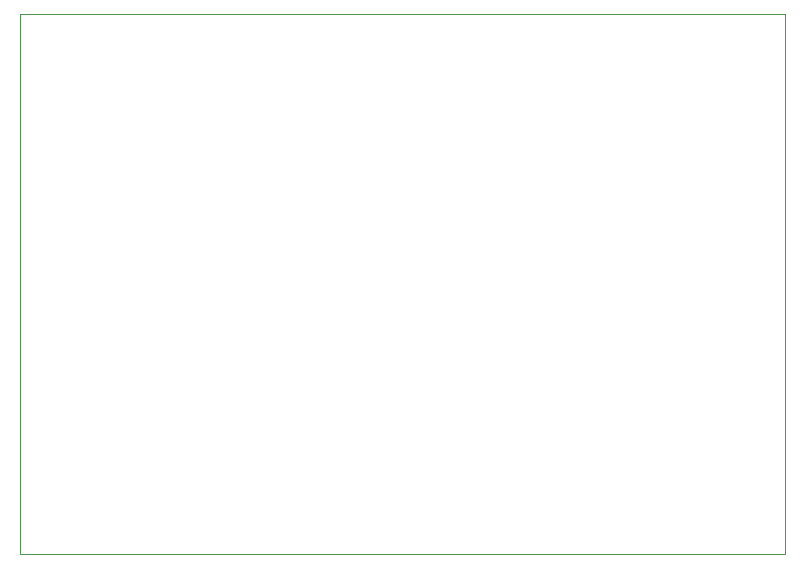
<source format=gbr>
%TF.GenerationSoftware,KiCad,Pcbnew,7.0.2*%
%TF.CreationDate,2023-06-01T11:44:41+02:00*%
%TF.ProjectId,AMS & IMD Reset,414d5320-2620-4494-9d44-205265736574,rev?*%
%TF.SameCoordinates,Original*%
%TF.FileFunction,Profile,NP*%
%FSLAX46Y46*%
G04 Gerber Fmt 4.6, Leading zero omitted, Abs format (unit mm)*
G04 Created by KiCad (PCBNEW 7.0.2) date 2023-06-01 11:44:41*
%MOMM*%
%LPD*%
G01*
G04 APERTURE LIST*
%TA.AperFunction,Profile*%
%ADD10C,0.100000*%
%TD*%
G04 APERTURE END LIST*
D10*
X118110000Y-75920000D02*
X182880000Y-75920000D01*
X182880000Y-121640000D01*
X118110000Y-121640000D01*
X118110000Y-75920000D01*
M02*

</source>
